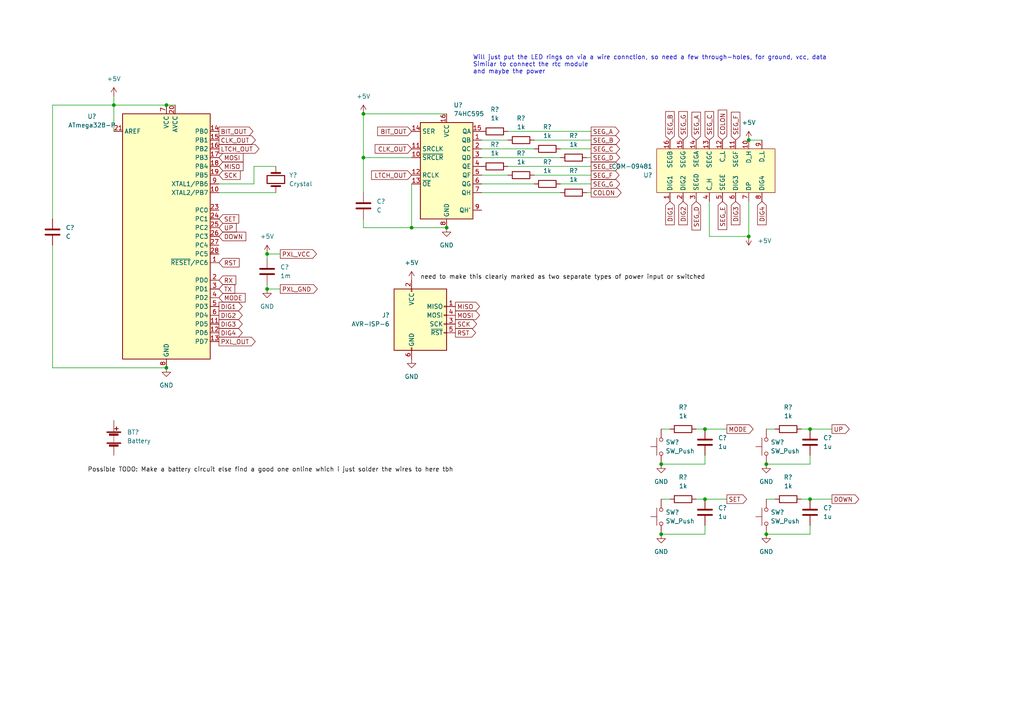
<source format=kicad_sch>
(kicad_sch (version 20211123) (generator eeschema)
  (paper "A4")
  (lib_symbols
    (symbol "74xx:74HC595"
      (property "Reference" "U" (at -7.62 13.97 0))
      (property "Value" "74HC595" (at -7.62 -16.51 0))
      (symbol "74HC595_1_0"
        (pin tri_state line (at 10.16 7.62 180) (length 2.54) (name "QB") (number "1"))
        (pin input line (at -10.16 2.54 0) (length 2.54) (name "~{SRCLR}") (number "10"))
        (pin input line (at -10.16 5.08 0) (length 2.54) (name "SRCLK") (number "11"))
        (pin input line (at -10.16 -2.54 0) (length 2.54) (name "RCLK") (number "12"))
        (pin input line (at -10.16 -5.08 0) (length 2.54) (name "~{OE}") (number "13"))
        (pin input line (at -10.16 10.16 0) (length 2.54) (name "SER") (number "14"))
        (pin tri_state line (at 10.16 10.16 180) (length 2.54) (name "QA") (number "15"))
        (pin power_in line (at 0 15.24 270) (length 2.54) (name "VCC") (number "16"))
        (pin tri_state line (at 10.16 5.08 180) (length 2.54) (name "QC") (number "2"))
        (pin tri_state line (at 10.16 2.54 180) (length 2.54) (name "QD") (number "3"))
        (pin tri_state line (at 10.16 0 180) (length 2.54) (name "QE") (number "4"))
        (pin tri_state line (at 10.16 -2.54 180) (length 2.54) (name "QF") (number "5"))
        (pin tri_state line (at 10.16 -5.08 180) (length 2.54) (name "QG") (number "6"))
        (pin tri_state line (at 10.16 -7.62 180) (length 2.54) (name "QH") (number "7"))
        (pin power_in line (at 0 -17.78 90) (length 2.54) (name "GND") (number "8"))
        (pin output line (at 10.16 -12.7 180) (length 2.54) (name "QH'") (number "9"))
      )
      (symbol "74HC595_1_1"
        (rectangle (start -7.62 12.7) (end 7.62 -15.24) (stroke (width 0.254)) (fill (type background)))
      )
    )
    (symbol "Connector:AVR-ISP-6" (pin_names (offset 1.016))
      (property "Reference" "J" (at -6.35 11.43 0))
      (property "Value" "AVR-ISP-6" (at 0 11.43 0))
      (symbol "AVR-ISP-6_0_1"
        (rectangle (start -2.667 -6.858) (end -2.413 -7.62))
        (rectangle (start -2.667 10.16) (end -2.413 9.398))
        (rectangle (start 7.62 -2.413) (end 6.858 -2.667))
        (rectangle (start 7.62 0.127) (end 6.858 -0.127))
        (rectangle (start 7.62 2.667) (end 6.858 2.413))
        (rectangle (start 7.62 5.207) (end 6.858 4.953))
        (rectangle (start 7.62 10.16) (end -7.62 -7.62) (stroke (width 0.254)) (fill (type background)))
      )
      (symbol "AVR-ISP-6_1_1"
        (pin passive line (at 10.16 5.08 180) (length 2.54) (name "MISO") (number "1"))
        (pin passive line (at -2.54 12.7 270) (length 2.54) (name "VCC") (number "2"))
        (pin passive line (at 10.16 0 180) (length 2.54) (name "SCK") (number "3"))
        (pin passive line (at 10.16 2.54 180) (length 2.54) (name "MOSI") (number "4"))
        (pin passive line (at 10.16 -2.54 180) (length 2.54) (name "~{RST}") (number "5"))
        (pin passive line (at -2.54 -10.16 90) (length 2.54) (name "GND") (number "6"))
      )
    )
    (symbol "Device:Battery" (pin_numbers hide) (pin_names (offset 0) hide)
      (property "Reference" "BT" (at 2.54 2.54 0))
      (property "Value" "Battery" (at 2.54 0 0))
      (symbol "Battery_0_1"
        (rectangle (start -2.032 -1.397) (end 2.032 -1.651) (fill (type outline)))
        (rectangle (start -2.032 1.778) (end 2.032 1.524) (fill (type outline)))
        (rectangle (start -1.3208 -1.9812) (end 1.27 -2.4892) (fill (type outline)))
        (rectangle (start -1.3208 1.1938) (end 1.27 0.6858) (fill (type outline)))
        (polyline (pts (xy 0 -1.524) (xy 0 -1.27)))
        (polyline (pts (xy 0 -1.016) (xy 0 -0.762)))
        (polyline (pts (xy 0 -0.508) (xy 0 -0.254)))
        (polyline (pts (xy 0 0) (xy 0 0.254)))
        (polyline (pts (xy 0 0.508) (xy 0 0.762)))
        (polyline (pts (xy 0 1.778) (xy 0 2.54)))
        (polyline (pts (xy 0.254 2.667) (xy 1.27 2.667)) (stroke (width 0.254)))
        (polyline (pts (xy 0.762 3.175) (xy 0.762 2.159)) (stroke (width 0.254)))
      )
      (symbol "Battery_1_1"
        (pin passive line (at 0 5.08 270) (length 2.54) (name "+") (number "1"))
        (pin passive line (at 0 -5.08 90) (length 2.54) (name "-") (number "2"))
      )
    )
    (symbol "Device:C" (pin_numbers hide) (pin_names (offset 0.254))
      (property "Reference" "C" (at 0.635 2.54 0))
      (property "Value" "C" (at 0.635 -2.54 0))
      (symbol "C_0_1"
        (polyline (pts (xy -2.032 -0.762) (xy 2.032 -0.762)) (stroke (width 0.508)))
        (polyline (pts (xy -2.032 0.762) (xy 2.032 0.762)) (stroke (width 0.508)))
      )
      (symbol "C_1_1"
        (pin passive line (at 0 3.81 270) (length 2.794) (name "~") (number "1"))
        (pin passive line (at 0 -3.81 90) (length 2.794) (name "~") (number "2"))
      )
    )
    (symbol "Device:Crystal" (pin_numbers hide) (pin_names (offset 1.016) hide)
      (property "Reference" "Y" (at 0 3.81 0))
      (property "Value" "Crystal" (at 0 -3.81 0))
      (symbol "Crystal_0_1"
        (rectangle (start -1.143 2.54) (end 1.143 -2.54) (stroke (width 0.3048)))
        (polyline (pts (xy -2.54 0) (xy -1.905 0)))
        (polyline (pts (xy -1.905 -1.27) (xy -1.905 1.27)) (stroke (width 0.508)))
        (polyline (pts (xy 1.905 -1.27) (xy 1.905 1.27)) (stroke (width 0.508)))
        (polyline (pts (xy 2.54 0) (xy 1.905 0)))
      )
      (symbol "Crystal_1_1"
        (pin passive line (at -3.81 0 0) (length 1.27) (name "1") (number "1"))
        (pin passive line (at 3.81 0 180) (length 1.27) (name "2") (number "2"))
      )
    )
    (symbol "Device:R" (pin_numbers hide) (pin_names (offset 0))
      (property "Reference" "R" (at 2.032 0 90))
      (property "Value" "R" (at 0 0 90))
      (symbol "R_0_1"
        (rectangle (start -1.016 -2.54) (end 1.016 2.54) (stroke (width 0.254)))
      )
      (symbol "R_1_1"
        (pin passive line (at 0 3.81 270) (length 1.27) (name "~") (number "1"))
        (pin passive line (at 0 -3.81 90) (length 1.27) (name "~") (number "2"))
      )
    )
    (symbol "MCU_Microchip_ATmega:ATmega328-P"
      (property "Reference" "U" (at -12.7 36.83 0))
      (property "Value" "ATmega328-P" (at 2.54 -36.83 0))
      (symbol "ATmega328-P_0_1"
        (rectangle (start -12.7 -35.56) (end 12.7 35.56) (stroke (width 0.254)) (fill (type background)))
      )
      (symbol "ATmega328-P_1_1"
        (pin bidirectional line (at 15.24 -7.62 180) (length 2.54) (name "~{RESET}/PC6") (number "1"))
        (pin bidirectional line (at 15.24 12.7 180) (length 2.54) (name "XTAL2/PB7") (number "10"))
        (pin bidirectional line (at 15.24 -25.4 180) (length 2.54) (name "PD5") (number "11"))
        (pin bidirectional line (at 15.24 -27.94 180) (length 2.54) (name "PD6") (number "12"))
        (pin bidirectional line (at 15.24 -30.48 180) (length 2.54) (name "PD7") (number "13"))
        (pin bidirectional line (at 15.24 30.48 180) (length 2.54) (name "PB0") (number "14"))
        (pin bidirectional line (at 15.24 27.94 180) (length 2.54) (name "PB1") (number "15"))
        (pin bidirectional line (at 15.24 25.4 180) (length 2.54) (name "PB2") (number "16"))
        (pin bidirectional line (at 15.24 22.86 180) (length 2.54) (name "PB3") (number "17"))
        (pin bidirectional line (at 15.24 20.32 180) (length 2.54) (name "PB4") (number "18"))
        (pin bidirectional line (at 15.24 17.78 180) (length 2.54) (name "PB5") (number "19"))
        (pin bidirectional line (at 15.24 -12.7 180) (length 2.54) (name "PD0") (number "2"))
        (pin power_in line (at 2.54 38.1 270) (length 2.54) (name "AVCC") (number "20"))
        (pin passive line (at -15.24 30.48 0) (length 2.54) (name "AREF") (number "21"))
        (pin passive line (at 0 -38.1 90) (length 2.54) hide (name "GND") (number "22"))
        (pin bidirectional line (at 15.24 7.62 180) (length 2.54) (name "PC0") (number "23"))
        (pin bidirectional line (at 15.24 5.08 180) (length 2.54) (name "PC1") (number "24"))
        (pin bidirectional line (at 15.24 2.54 180) (length 2.54) (name "PC2") (number "25"))
        (pin bidirectional line (at 15.24 0 180) (length 2.54) (name "PC3") (number "26"))
        (pin bidirectional line (at 15.24 -2.54 180) (length 2.54) (name "PC4") (number "27"))
        (pin bidirectional line (at 15.24 -5.08 180) (length 2.54) (name "PC5") (number "28"))
        (pin bidirectional line (at 15.24 -15.24 180) (length 2.54) (name "PD1") (number "3"))
        (pin bidirectional line (at 15.24 -17.78 180) (length 2.54) (name "PD2") (number "4"))
        (pin bidirectional line (at 15.24 -20.32 180) (length 2.54) (name "PD3") (number "5"))
        (pin bidirectional line (at 15.24 -22.86 180) (length 2.54) (name "PD4") (number "6"))
        (pin power_in line (at 0 38.1 270) (length 2.54) (name "VCC") (number "7"))
        (pin power_in line (at 0 -38.1 90) (length 2.54) (name "GND") (number "8"))
        (pin bidirectional line (at 15.24 15.24 180) (length 2.54) (name "XTAL1/PB6") (number "9"))
      )
    )
    (symbol "Switch:SW_Push" (pin_numbers hide) (pin_names (offset 1.016) hide)
      (property "Reference" "SW" (at 1.27 2.54 0))
      (property "Value" "SW_Push" (at 0 -1.524 0))
      (symbol "SW_Push_0_1"
        (circle (center -2.032 0) (radius 0.508))
        (polyline (pts (xy 0 1.27) (xy 0 3.048)))
        (polyline (pts (xy 2.54 1.27) (xy -2.54 1.27)))
        (circle (center 2.032 0) (radius 0.508))
        (pin passive line (at -5.08 0 0) (length 2.54) (name "1") (number "1"))
        (pin passive line (at 5.08 0 180) (length 2.54) (name "2") (number "2"))
      )
    )
    (symbol "clock_libs:COM-09481"
      (property "Reference" "U" (at 0 7.62 0))
      (property "Value" "COM-09481" (at 0 5.08 0))
      (symbol "COM-09481_0_1"
        (rectangle (start -17.78 -5.08) (end 16.51 -17.78) (fill (type background)))
      )
      (symbol "COM-09481_1_1"
        (pin input line (at -13.97 -20.32 90) (length 2.54) (name "DIG1") (number "1"))
        (pin input line (at 8.89 -2.54 270) (length 2.54) (name "D_H") (number "10"))
        (pin input line (at 5.08 -2.54 270) (length 2.54) (name "SEGF") (number "11"))
        (pin input line (at 1.27 -2.54 270) (length 2.54) (name "C_L") (number "12"))
        (pin input line (at -2.54 -2.54 270) (length 2.54) (name "SEGC") (number "13"))
        (pin input line (at -6.35 -2.54 270) (length 2.54) (name "SEGA") (number "14"))
        (pin input line (at -10.16 -2.54 270) (length 2.54) (name "SEGG") (number "15"))
        (pin input line (at -13.97 -2.54 270) (length 2.54) (name "SEGB") (number "16"))
        (pin input line (at -10.16 -20.32 90) (length 2.54) (name "DIG2") (number "2"))
        (pin input line (at -6.35 -20.32 90) (length 2.54) (name "SEGD") (number "3"))
        (pin input line (at -2.54 -20.32 90) (length 2.54) (name "C_H") (number "4"))
        (pin input line (at 1.27 -20.32 90) (length 2.54) (name "SEGE") (number "5"))
        (pin input line (at 5.08 -20.32 90) (length 2.54) (name "DIG3") (number "6"))
        (pin input line (at 8.89 -20.32 90) (length 2.54) (name "DP") (number "7"))
        (pin input line (at 12.7 -20.32 90) (length 2.54) (name "DIG4") (number "8"))
        (pin input line (at 12.7 -2.54 270) (length 2.54) (name "D_L") (number "9"))
      )
    )
    (symbol "power:+5V" (power) (pin_names (offset 0))
      (property "Value" "+5V" (at 0 3.556 0))
      (symbol "+5V_0_1"
        (polyline (pts (xy -0.762 1.27) (xy 0 2.54)))
        (polyline (pts (xy 0 0) (xy 0 2.54)))
        (polyline (pts (xy 0 2.54) (xy 0.762 1.27)))
      )
      (symbol "+5V_1_1"
        (pin power_in line (at 0 0 90) (length 0) hide (name "+5V") (number "1"))
      )
    )
    (symbol "power:GND" (power) (pin_names (offset 0))
      (property "Value" "GND" (at 0 -3.81 0))
      (symbol "GND_0_1"
        (polyline (pts (xy 0 0) (xy 0 -1.27) (xy 1.27 -1.27) (xy 0 -2.54) (xy -1.27 -1.27) (xy 0 -1.27)))
      )
      (symbol "GND_1_1"
        (pin power_in line (at 0 0 270) (length 0) hide (name "GND") (number "1"))
      )
    )
  )
  (junction (at 48.26 30.48))
  (junction (at 191.77 134.62))
  (junction (at 204.47 144.78))
  (junction (at 77.47 73.66))
  (junction (at 48.26 106.68))
  (junction (at 105.41 45.72))
  (junction (at 234.95 144.78))
  (junction (at 222.25 134.62))
  (junction (at 77.47 83.82))
  (junction (at 217.17 40.64))
  (junction (at 129.54 66.04))
  (junction (at 191.77 154.94))
  (junction (at 105.41 33.02))
  (junction (at 217.17 68.58))
  (junction (at 204.47 124.46))
  (junction (at 222.25 154.94))
  (junction (at 234.95 124.46))
  (junction (at 119.38 66.04))
  (junction (at 33.02 30.48))
  (wire (pts (xy 201.93 144.78) (xy 204.47 144.78)))
  (wire (pts (xy 147.32 38.1) (xy 171.45 38.1)))
  (wire (pts (xy 48.26 30.48) (xy 33.02 30.48)))
  (wire (pts (xy 105.41 45.72) (xy 105.41 33.02)))
  (wire (pts (xy 139.7 55.88) (xy 162.56 55.88)))
  (wire (pts (xy 33.02 30.48) (xy 33.02 38.1)))
  (wire (pts (xy 204.47 144.78) (xy 210.82 144.78)))
  (wire (pts (xy 204.47 124.46) (xy 210.82 124.46)))
  (wire (pts (xy 77.47 82.55) (xy 77.47 83.82)))
  (wire (pts (xy 105.41 66.04) (xy 119.38 66.04)))
  (wire (pts (xy 15.24 30.48) (xy 33.02 30.48)))
  (wire (pts (xy 154.94 50.8) (xy 171.45 50.8)))
  (wire (pts (xy 205.74 68.58) (xy 205.74 58.42)))
  (wire (pts (xy 222.25 124.46) (xy 224.79 124.46)))
  (wire (pts (xy 217.17 40.64) (xy 220.98 40.64)))
  (wire (pts (xy 77.47 74.93) (xy 77.47 73.66)))
  (wire (pts (xy 170.18 45.72) (xy 171.45 45.72)))
  (wire (pts (xy 162.56 43.18) (xy 171.45 43.18)))
  (wire (pts (xy 222.25 144.78) (xy 224.79 144.78)))
  (wire (pts (xy 139.7 50.8) (xy 147.32 50.8)))
  (wire (pts (xy 48.26 30.48) (xy 50.8 30.48)))
  (wire (pts (xy 234.95 152.4) (xy 234.95 154.94)))
  (wire (pts (xy 232.41 124.46) (xy 234.95 124.46)))
  (wire (pts (xy 191.77 144.78) (xy 194.31 144.78)))
  (wire (pts (xy 217.17 58.42) (xy 217.17 68.58)))
  (wire (pts (xy 15.24 106.68) (xy 48.26 106.68)))
  (wire (pts (xy 217.17 68.58) (xy 205.74 68.58)))
  (wire (pts (xy 105.41 33.02) (xy 129.54 33.02)))
  (wire (pts (xy 119.38 53.34) (xy 119.38 66.04)))
  (wire (pts (xy 139.7 43.18) (xy 154.94 43.18)))
  (wire (pts (xy 33.02 27.94) (xy 33.02 30.48)))
  (wire (pts (xy 73.66 53.34) (xy 73.66 48.26)))
  (wire (pts (xy 63.5 53.34) (xy 73.66 53.34)))
  (wire (pts (xy 204.47 154.94) (xy 191.77 154.94)))
  (wire (pts (xy 234.95 132.08) (xy 234.95 134.62)))
  (wire (pts (xy 234.95 134.62) (xy 222.25 134.62)))
  (wire (pts (xy 77.47 73.66) (xy 81.28 73.66)))
  (wire (pts (xy 147.32 48.26) (xy 171.45 48.26)))
  (wire (pts (xy 139.7 40.64) (xy 147.32 40.64)))
  (wire (pts (xy 162.56 53.34) (xy 171.45 53.34)))
  (wire (pts (xy 234.95 124.46) (xy 241.3 124.46)))
  (wire (pts (xy 15.24 63.5) (xy 15.24 30.48)))
  (wire (pts (xy 234.95 144.78) (xy 241.3 144.78)))
  (wire (pts (xy 139.7 53.34) (xy 154.94 53.34)))
  (wire (pts (xy 73.66 48.26) (xy 80.01 48.26)))
  (wire (pts (xy 105.41 45.72) (xy 105.41 55.88)))
  (wire (pts (xy 191.77 124.46) (xy 194.31 124.46)))
  (wire (pts (xy 204.47 134.62) (xy 191.77 134.62)))
  (wire (pts (xy 154.94 40.64) (xy 171.45 40.64)))
  (wire (pts (xy 105.41 63.5) (xy 105.41 66.04)))
  (wire (pts (xy 105.41 45.72) (xy 119.38 45.72)))
  (wire (pts (xy 170.18 55.88) (xy 171.45 55.88)))
  (wire (pts (xy 139.7 45.72) (xy 162.56 45.72)))
  (wire (pts (xy 63.5 55.88) (xy 80.01 55.88)))
  (wire (pts (xy 204.47 152.4) (xy 204.47 154.94)))
  (wire (pts (xy 15.24 71.12) (xy 15.24 106.68)))
  (wire (pts (xy 204.47 132.08) (xy 204.47 134.62)))
  (wire (pts (xy 234.95 154.94) (xy 222.25 154.94)))
  (wire (pts (xy 201.93 124.46) (xy 204.47 124.46)))
  (wire (pts (xy 119.38 66.04) (xy 129.54 66.04)))
  (wire (pts (xy 232.41 144.78) (xy 234.95 144.78)))
  (wire (pts (xy 77.47 83.82) (xy 81.28 83.82)))
  (text "Will just put the LED rings on via a wire connction, so need a few through-holes, for ground, vcc, data\nSimilar to connect the rtc module\nand maybe the power" (at 137.16 21.59 0) (effects (font (size 1.27 1.27)) (justify left bottom)))
  (label "Possible TODO: Make a battery circuit else find a good one online which i just solder the wires to here tbh" (at 25.4 137.16 0))
  (label "need to make this clearly marked as two separate types of power input or switched" (at 121.92 81.28 0))
  (global_label "UP" (shape input) (at 63.5 66.04 0) (property "Intersheet References" "${INTERSHEET_REFS}" (effects hide)))
  (global_label "SCK" (shape input) (at 63.5 50.8 0) (property "Intersheet References" "${INTERSHEET_REFS}" (effects hide)))
  (global_label "DIG1" (shape input) (at 194.31 58.42 270) (property "Intersheet References" "${INTERSHEET_REFS}" (effects hide)))
  (global_label "SET" (shape output) (at 210.82 144.78 0) (property "Intersheet References" "${INTERSHEET_REFS}" (effects hide)))
  (global_label "PXL_OUT" (shape output) (at 63.5 99.06 0) (property "Intersheet References" "${INTERSHEET_REFS}" (effects hide)))
  (global_label "SEG_G" (shape output) (at 171.45 53.34 0) (property "Intersheet References" "${INTERSHEET_REFS}" (effects hide)))
  (global_label "SEG_A" (shape input) (at 201.93 40.64 90) (property "Intersheet References" "${INTERSHEET_REFS}" (effects hide)))
  (global_label "BIT_OUT" (shape input) (at 119.38 38.1 180) (property "Intersheet References" "${INTERSHEET_REFS}" (effects hide)))
  (global_label "UP" (shape output) (at 241.3 124.46 0) (property "Intersheet References" "${INTERSHEET_REFS}" (effects hide)))
  (global_label "SCK" (shape output) (at 132.08 93.98 0) (property "Intersheet References" "${INTERSHEET_REFS}" (effects hide)))
  (global_label "SEG_F" (shape output) (at 171.45 50.8 0) (property "Intersheet References" "${INTERSHEET_REFS}" (effects hide)))
  (global_label "BIT_OUT" (shape output) (at 63.5 38.1 0) (property "Intersheet References" "${INTERSHEET_REFS}" (effects hide)))
  (global_label "SEG_E" (shape output) (at 171.45 48.26 0) (property "Intersheet References" "${INTERSHEET_REFS}" (effects hide)))
  (global_label "MOSI" (shape input) (at 63.5 45.72 0) (property "Intersheet References" "${INTERSHEET_REFS}" (effects hide)))
  (global_label "LTCH_OUT" (shape output) (at 63.5 43.18 0) (property "Intersheet References" "${INTERSHEET_REFS}" (effects hide)))
  (global_label "CLK_OUT" (shape input) (at 119.38 43.18 180) (property "Intersheet References" "${INTERSHEET_REFS}" (effects hide)))
  (global_label "DIG2" (shape input) (at 198.12 58.42 270) (property "Intersheet References" "${INTERSHEET_REFS}" (effects hide)))
  (global_label "DIG1" (shape output) (at 63.5 88.9 0) (property "Intersheet References" "${INTERSHEET_REFS}" (effects hide)))
  (global_label "MISO" (shape output) (at 132.08 88.9 0) (property "Intersheet References" "${INTERSHEET_REFS}" (effects hide)))
  (global_label "DIG3" (shape input) (at 213.36 58.42 270) (property "Intersheet References" "${INTERSHEET_REFS}" (effects hide)))
  (global_label "DIG4" (shape output) (at 63.5 96.52 0) (property "Intersheet References" "${INTERSHEET_REFS}" (effects hide)))
  (global_label "SEG_A" (shape output) (at 171.45 38.1 0) (property "Intersheet References" "${INTERSHEET_REFS}" (effects hide)))
  (global_label "PXL_GND" (shape output) (at 81.28 83.82 0) (property "Intersheet References" "${INTERSHEET_REFS}" (effects hide)))
  (global_label "MISO" (shape input) (at 63.5 48.26 0) (property "Intersheet References" "${INTERSHEET_REFS}" (effects hide)))
  (global_label "SEG_B" (shape output) (at 171.45 40.64 0) (property "Intersheet References" "${INTERSHEET_REFS}" (effects hide)))
  (global_label "SEG_B" (shape input) (at 194.31 40.64 90) (property "Intersheet References" "${INTERSHEET_REFS}" (effects hide)))
  (global_label "SEG_D" (shape input) (at 201.93 58.42 270) (property "Intersheet References" "${INTERSHEET_REFS}" (effects hide)))
  (global_label "RX" (shape input) (at 63.5 81.28 0) (property "Intersheet References" "${INTERSHEET_REFS}" (effects hide)))
  (global_label "SET" (shape input) (at 63.5 63.5 0) (property "Intersheet References" "${INTERSHEET_REFS}" (effects hide)))
  (global_label "DOWN" (shape output) (at 241.3 144.78 0) (property "Intersheet References" "${INTERSHEET_REFS}" (effects hide)))
  (global_label "PXL_VCC" (shape output) (at 81.28 73.66 0) (property "Intersheet References" "${INTERSHEET_REFS}" (effects hide)))
  (global_label "COLON" (shape input) (at 209.55 40.64 90) (property "Intersheet References" "${INTERSHEET_REFS}" (effects hide)))
  (global_label "SEG_F" (shape input) (at 213.36 40.64 90) (property "Intersheet References" "${INTERSHEET_REFS}" (effects hide)))
  (global_label "COLON" (shape output) (at 171.45 55.88 0) (property "Intersheet References" "${INTERSHEET_REFS}" (effects hide)))
  (global_label "MODE" (shape input) (at 63.5 86.36 0) (property "Intersheet References" "${INTERSHEET_REFS}" (effects hide)))
  (global_label "MODE" (shape output) (at 210.82 124.46 0) (property "Intersheet References" "${INTERSHEET_REFS}" (effects hide)))
  (global_label "LTCH_OUT" (shape input) (at 119.38 50.8 180) (property "Intersheet References" "${INTERSHEET_REFS}" (effects hide)))
  (global_label "SEG_G" (shape input) (at 198.12 40.64 90) (property "Intersheet References" "${INTERSHEET_REFS}" (effects hide)))
  (global_label "DIG2" (shape output) (at 63.5 91.44 0) (property "Intersheet References" "${INTERSHEET_REFS}" (effects hide)))
  (global_label "MOSI" (shape output) (at 132.08 91.44 0) (property "Intersheet References" "${INTERSHEET_REFS}" (effects hide)))
  (global_label "SEG_C" (shape input) (at 205.74 40.64 90) (property "Intersheet References" "${INTERSHEET_REFS}" (effects hide)))
  (global_label "TX" (shape input) (at 63.5 83.82 0) (property "Intersheet References" "${INTERSHEET_REFS}" (effects hide)))
  (global_label "RST" (shape output) (at 132.08 96.52 0) (property "Intersheet References" "${INTERSHEET_REFS}" (effects hide)))
  (global_label "DIG4" (shape input) (at 220.98 58.42 270) (property "Intersheet References" "${INTERSHEET_REFS}" (effects hide)))
  (global_label "SEG_C" (shape output) (at 171.45 43.18 0) (property "Intersheet References" "${INTERSHEET_REFS}" (effects hide)))
  (global_label "DOWN" (shape input) (at 63.5 68.58 0) (property "Intersheet References" "${INTERSHEET_REFS}" (effects hide)))
  (global_label "DIG3" (shape output) (at 63.5 93.98 0) (property "Intersheet References" "${INTERSHEET_REFS}" (effects hide)))
  (global_label "CLK_OUT" (shape output) (at 63.5 40.64 0) (property "Intersheet References" "${INTERSHEET_REFS}" (effects hide)))
  (global_label "RST" (shape input) (at 63.5 76.2 0) (property "Intersheet References" "${INTERSHEET_REFS}" (effects hide)))
  (global_label "SEG_E" (shape input) (at 209.55 58.42 270) (property "Intersheet References" "${INTERSHEET_REFS}" (effects hide)))
  (global_label "SEG_D" (shape output) (at 171.45 45.72 0) (property "Intersheet References" "${INTERSHEET_REFS}" (effects hide)))
  (symbol (lib_id "Device:R") (at 198.12 124.46 90) (unit 1)
    (property "Reference" "R?" (at 198.12 118.11 90))
    (property "Value" "1k" (at 198.12 120.65 90))
  )
  (symbol (lib_id "Device:R") (at 143.51 48.26 90) (unit 1)
    (property "Reference" "R?" (at 143.51 41.91 90))
    (property "Value" "1k" (at 143.51 44.45 90))
  )
  (symbol (lib_id "power:GND") (at 77.47 83.82 0) (unit 1)
    (property "Reference" "#PWR?" (effects hide))
    (property "Value" "GND" (at 77.47 88.9 0))
  )
  (symbol (lib_id "power:GND") (at 48.26 106.68 0) (unit 1)
    (property "Reference" "#PWR?" (effects hide))
    (property "Value" "GND" (at 48.26 111.76 0))
  )
  (symbol (lib_id "Switch:SW_Push") (at 222.25 149.86 90) (unit 1)
    (property "Reference" "SW?" (at 223.52 148.5899 90) (effects (justify right)))
    (property "Value" "SW_Push" (at 223.52 151.1299 90) (effects (justify right)))
  )
  (symbol (lib_id "Device:R") (at 151.13 40.64 90) (unit 1)
    (property "Reference" "R?" (at 151.13 34.29 90))
    (property "Value" "1k" (at 151.13 36.83 90))
  )
  (symbol (lib_id "Device:R") (at 158.75 53.34 90) (unit 1)
    (property "Reference" "R?" (at 158.75 46.99 90))
    (property "Value" "1k" (at 158.75 49.53 90))
  )
  (symbol (lib_id "Device:C") (at 204.47 128.27 0) (unit 1)
    (property "Reference" "C?" (at 208.28 126.9999 0) (effects (justify left)))
    (property "Value" "1u" (at 208.28 129.5399 0) (effects (justify left)))
  )
  (symbol (lib_id "Switch:SW_Push") (at 191.77 149.86 90) (unit 1)
    (property "Reference" "SW?" (at 193.04 148.5899 90) (effects (justify right)))
    (property "Value" "SW_Push" (at 193.04 151.1299 90) (effects (justify right)))
  )
  (symbol (lib_id "power:GND") (at 191.77 134.62 0) (unit 1)
    (property "Reference" "#PWR?" (effects hide))
    (property "Value" "GND" (at 191.77 139.7 0))
  )
  (symbol (lib_id "power:GND") (at 222.25 134.62 0) (unit 1)
    (property "Reference" "#PWR?" (effects hide))
    (property "Value" "GND" (at 222.25 139.7 0))
  )
  (symbol (lib_id "Device:R") (at 228.6 144.78 90) (unit 1)
    (property "Reference" "R?" (at 228.6 138.43 90))
    (property "Value" "1k" (at 228.6 140.97 90))
  )
  (symbol (lib_id "Device:R") (at 158.75 43.18 90) (unit 1)
    (property "Reference" "R?" (at 158.75 36.83 90))
    (property "Value" "1k" (at 158.75 39.37 90))
  )
  (symbol (lib_id "Device:C") (at 234.95 148.59 0) (unit 1)
    (property "Reference" "C?" (at 238.76 147.3199 0) (effects (justify left)))
    (property "Value" "1u" (at 238.76 149.8599 0) (effects (justify left)))
  )
  (symbol (lib_id "Switch:SW_Push") (at 191.77 129.54 90) (unit 1)
    (property "Reference" "SW?" (at 193.04 128.2699 90) (effects (justify right)))
    (property "Value" "SW_Push" (at 193.04 130.8099 90) (effects (justify right)))
  )
  (symbol (lib_id "Device:R") (at 143.51 38.1 90) (unit 1)
    (property "Reference" "R?" (at 143.51 31.75 90))
    (property "Value" "1k" (at 143.51 34.29 90))
  )
  (symbol (lib_id "power:+5V") (at 33.02 27.94 0) (unit 1)
    (property "Reference" "#PWR?" (effects hide))
    (property "Value" "+5V" (at 33.02 22.86 0))
  )
  (symbol (lib_id "clock_libs:COM-09481") (at 208.28 38.1 0) (unit 1)
    (property "Reference" "U?" (at 189.23 50.8001 0) (effects (justify right)))
    (property "Value" "COM-09481" (at 189.23 48.2601 0) (effects (justify right)))
  )
  (symbol (lib_id "Device:R") (at 151.13 50.8 90) (unit 1)
    (property "Reference" "R?" (at 151.13 44.45 90))
    (property "Value" "1k" (at 151.13 46.99 90))
  )
  (symbol (lib_id "Device:C") (at 15.24 67.31 0) (unit 1)
    (property "Reference" "C?" (at 19.05 66.0399 0) (effects (justify left)))
    (property "Value" "C" (at 19.05 68.5799 0) (effects (justify left)))
  )
  (symbol (lib_id "power:GND") (at 222.25 154.94 0) (unit 1)
    (property "Reference" "#PWR?" (effects hide))
    (property "Value" "GND" (at 222.25 160.02 0))
  )
  (symbol (lib_id "Device:C") (at 77.47 78.74 0) (unit 1)
    (property "Reference" "C?" (at 81.28 77.4699 0) (effects (justify left)))
    (property "Value" "1m" (at 81.28 80.0099 0) (effects (justify left)))
  )
  (symbol (lib_id "Device:C") (at 204.47 148.59 0) (unit 1)
    (property "Reference" "C?" (at 208.28 147.3199 0) (effects (justify left)))
    (property "Value" "1u" (at 208.28 149.8599 0) (effects (justify left)))
  )
  (symbol (lib_id "power:+5V") (at 217.17 68.58 180) (unit 1)
    (property "Reference" "#PWR?" (effects hide))
    (property "Value" "+5V" (at 219.71 69.8499 0) (effects (justify right)))
  )
  (symbol (lib_id "Device:C") (at 234.95 128.27 0) (unit 1)
    (property "Reference" "C?" (at 238.76 126.9999 0) (effects (justify left)))
    (property "Value" "1u" (at 238.76 129.5399 0) (effects (justify left)))
  )
  (symbol (lib_id "Device:R") (at 198.12 144.78 90) (unit 1)
    (property "Reference" "R?" (at 198.12 138.43 90))
    (property "Value" "1k" (at 198.12 140.97 90))
  )
  (symbol (lib_id "74xx:74HC595") (at 129.54 48.26 0) (unit 1)
    (property "Reference" "U?" (at 131.5594 30.48 0) (effects (justify left)))
    (property "Value" "74HC595" (at 131.5594 33.02 0) (effects (justify left)))
    (property "Datasheet" "http://www.ti.com/lit/ds/symlink/sn74hc595.pdf" (effects hide))
  )
  (symbol (lib_id "power:GND") (at 119.38 104.14 0) (unit 1)
    (property "Reference" "#PWR?" (effects hide))
    (property "Value" "GND" (at 119.38 109.22 0))
  )
  (symbol (lib_id "power:+5V") (at 105.41 33.02 0) (unit 1)
    (property "Reference" "#PWR?" (effects hide))
    (property "Value" "+5V" (at 105.41 27.94 0))
  )
  (symbol (lib_id "Device:R") (at 166.37 45.72 90) (unit 1)
    (property "Reference" "R?" (at 166.37 39.37 90))
    (property "Value" "1k" (at 166.37 41.91 90))
  )
  (symbol (lib_id "power:+5V") (at 217.17 40.64 0) (unit 1)
    (property "Reference" "#PWR?" (effects hide))
    (property "Value" "+5V" (at 217.17 35.56 0))
  )
  (symbol (lib_id "Connector:AVR-ISP-6") (at 121.92 93.98 0) (unit 1)
    (property "Reference" "J?" (at 113.03 91.4399 0) (effects (justify right)))
    (property "Value" "AVR-ISP-6" (at 113.03 93.9799 0) (effects (justify right)))
    (property "Datasheet" " ~" (effects hide))
  )
  (symbol (lib_id "power:GND") (at 129.54 66.04 0) (unit 1)
    (property "Reference" "#PWR?" (effects hide))
    (property "Value" "GND" (at 129.54 71.12 0))
  )
  (symbol (lib_id "MCU_Microchip_ATmega:ATmega328-P") (at 48.26 68.58 0) (unit 1)
    (property "Reference" "U?" (at 26.67 33.7693 0))
    (property "Value" "ATmega328-P" (at 26.67 36.3093 0))
    (property "Footprint" "Package_DIP:DIP-28_W7.62mm" (effects hide))
    (property "Datasheet" "http://ww1.microchip.com/downloads/en/DeviceDoc/ATmega328_P%20AVR%20MCU%20with%20picoPower%20Technology%20Data%20Sheet%2040001984A.pdf" (effects hide))
  )
  (symbol (lib_id "power:+5V") (at 77.47 73.66 0) (unit 1)
    (property "Reference" "#PWR?" (effects hide))
    (property "Value" "+5V" (at 77.47 68.58 0))
  )
  (symbol (lib_id "Device:Battery") (at 33.02 127 0) (unit 1)
    (property "Reference" "BT?" (at 36.83 125.3489 0) (effects (justify left)))
    (property "Value" "Battery" (at 36.83 127.8889 0) (effects (justify left)))
  )
  (symbol (lib_id "Switch:SW_Push") (at 222.25 129.54 90) (unit 1)
    (property "Reference" "SW?" (at 223.52 128.2699 90) (effects (justify right)))
    (property "Value" "SW_Push" (at 223.52 130.8099 90) (effects (justify right)))
  )
  (symbol (lib_id "power:GND") (at 191.77 154.94 0) (unit 1)
    (property "Reference" "#PWR?" (effects hide))
    (property "Value" "GND" (at 191.77 160.02 0))
  )
  (symbol (lib_id "Device:R") (at 228.6 124.46 90) (unit 1)
    (property "Reference" "R?" (at 228.6 118.11 90))
    (property "Value" "1k" (at 228.6 120.65 90))
  )
  (symbol (lib_id "Device:C") (at 105.41 59.69 0) (unit 1)
    (property "Reference" "C?" (at 109.22 58.4199 0) (effects (justify left)))
    (property "Value" "C" (at 109.22 60.9599 0) (effects (justify left)))
  )
  (symbol (lib_id "Device:Crystal") (at 80.01 52.07 90) (unit 1)
    (property "Reference" "Y?" (at 83.82 50.7999 90) (effects (justify right)))
    (property "Value" "Crystal" (at 83.82 53.3399 90) (effects (justify right)))
  )
  (symbol (lib_id "power:+5V") (at 119.38 81.28 0) (unit 1)
    (property "Reference" "#PWR?" (effects hide))
    (property "Value" "+5V" (at 119.38 76.2 0))
  )
  (symbol (lib_id "Device:R") (at 166.37 55.88 90) (unit 1)
    (property "Reference" "R?" (at 166.37 49.53 90))
    (property "Value" "1k" (at 166.37 52.07 90))
  )
)
</source>
